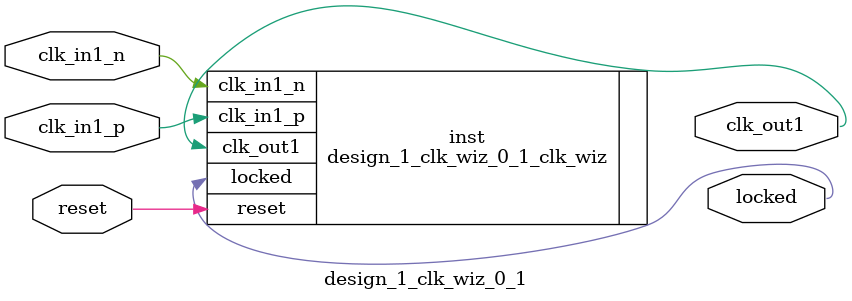
<source format=v>


`timescale 1ps/1ps

(* CORE_GENERATION_INFO = "design_1_clk_wiz_0_1,clk_wiz_v5_3_3_0,{component_name=design_1_clk_wiz_0_1,use_phase_alignment=true,use_min_o_jitter=false,use_max_i_jitter=false,use_dyn_phase_shift=false,use_inclk_switchover=false,use_dyn_reconfig=false,enable_axi=0,feedback_source=FDBK_AUTO,PRIMITIVE=MMCM,num_out_clk=1,clkin1_period=3.333,clkin2_period=10.0,use_power_down=false,use_reset=true,use_locked=true,use_inclk_stopped=false,feedback_type=SINGLE,CLOCK_MGR_TYPE=NA,manual_override=false}" *)

module design_1_clk_wiz_0_1 
 (
  // Clock out ports
  output        clk_out1,
  // Status and control signals
  input         reset,
  output        locked,
 // Clock in ports
  input         clk_in1_p,
  input         clk_in1_n
 );

  design_1_clk_wiz_0_1_clk_wiz inst
  (
  // Clock out ports  
  .clk_out1(clk_out1),
  // Status and control signals               
  .reset(reset), 
  .locked(locked),
 // Clock in ports
  .clk_in1_p(clk_in1_p),
  .clk_in1_n(clk_in1_n)
  );

endmodule

</source>
